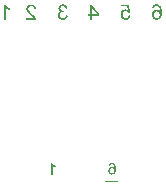
<source format=gbo>
G04*
G04 #@! TF.GenerationSoftware,Altium Limited,Altium Designer,23.9.2 (47)*
G04*
G04 Layer_Color=32896*
%FSLAX44Y44*%
%MOMM*%
G71*
G04*
G04 #@! TF.SameCoordinates,9A803F3E-43BB-4194-8617-3FBF936CA0BB*
G04*
G04*
G04 #@! TF.FilePolarity,Positive*
G04*
G01*
G75*
%ADD11C,0.1000*%
G36*
X333760Y214073D02*
X334111Y214036D01*
X334445Y213962D01*
X334759Y213869D01*
X335037Y213739D01*
X335315Y213628D01*
X335556Y213480D01*
X335778Y213351D01*
X335963Y213221D01*
X336148Y213073D01*
X336296Y212962D01*
X336408Y212851D01*
X336500Y212740D01*
X336574Y212665D01*
X336611Y212628D01*
X336630Y212610D01*
X336870Y212277D01*
X337074Y211888D01*
X337259Y211480D01*
X337426Y211054D01*
X337556Y210610D01*
X337667Y210166D01*
X337759Y209703D01*
X337833Y209277D01*
X337889Y208851D01*
X337926Y208462D01*
X337963Y208110D01*
X337981Y207814D01*
Y207555D01*
X338000Y207370D01*
Y207296D01*
Y207240D01*
Y207222D01*
Y207203D01*
X337981Y206611D01*
X337944Y206055D01*
X337889Y205536D01*
X337796Y205055D01*
X337704Y204629D01*
X337611Y204240D01*
X337500Y203889D01*
X337370Y203574D01*
X337259Y203315D01*
X337148Y203074D01*
X337056Y202889D01*
X336945Y202722D01*
X336870Y202592D01*
X336815Y202518D01*
X336778Y202463D01*
X336759Y202444D01*
X336519Y202185D01*
X336259Y201963D01*
X336000Y201778D01*
X335741Y201611D01*
X335463Y201463D01*
X335204Y201352D01*
X334945Y201259D01*
X334686Y201185D01*
X334463Y201130D01*
X334241Y201074D01*
X334056Y201037D01*
X333889Y201019D01*
X333741D01*
X333648Y201000D01*
X333556D01*
X333130Y201019D01*
X332741Y201093D01*
X332389Y201167D01*
X332075Y201278D01*
X331834Y201370D01*
X331649Y201463D01*
X331575Y201481D01*
X331519Y201518D01*
X331501Y201537D01*
X331482D01*
X331167Y201759D01*
X330871Y202018D01*
X330630Y202278D01*
X330427Y202537D01*
X330260Y202778D01*
X330149Y202963D01*
X330112Y203037D01*
X330075Y203092D01*
X330056Y203111D01*
Y203129D01*
X329871Y203518D01*
X329742Y203926D01*
X329649Y204296D01*
X329593Y204648D01*
X329538Y204944D01*
Y205055D01*
X329519Y205166D01*
Y205259D01*
Y205314D01*
Y205351D01*
Y205370D01*
X329538Y205703D01*
X329575Y206018D01*
X329630Y206333D01*
X329686Y206611D01*
X329779Y206870D01*
X329871Y207129D01*
X329964Y207351D01*
X330075Y207555D01*
X330186Y207740D01*
X330279Y207907D01*
X330371Y208036D01*
X330464Y208166D01*
X330519Y208258D01*
X330575Y208314D01*
X330612Y208351D01*
X330630Y208370D01*
X330834Y208573D01*
X331056Y208758D01*
X331297Y208907D01*
X331519Y209036D01*
X331741Y209166D01*
X331964Y209258D01*
X332389Y209388D01*
X332575Y209443D01*
X332760Y209481D01*
X332908Y209499D01*
X333056Y209518D01*
X333167Y209536D01*
X333315D01*
X333648Y209518D01*
X333963Y209462D01*
X334260Y209407D01*
X334519Y209332D01*
X334741Y209240D01*
X334908Y209184D01*
X335019Y209129D01*
X335037Y209110D01*
X335056D01*
X335352Y208925D01*
X335611Y208721D01*
X335852Y208518D01*
X336037Y208295D01*
X336204Y208110D01*
X336333Y207962D01*
X336408Y207851D01*
X336426Y207833D01*
Y208166D01*
X336408Y208499D01*
X336389Y208796D01*
X336352Y209092D01*
X336333Y209351D01*
X336296Y209592D01*
X336259Y209814D01*
X336204Y210018D01*
X336167Y210203D01*
X336130Y210351D01*
X336093Y210480D01*
X336074Y210592D01*
X336037Y210666D01*
X336019Y210721D01*
X336000Y210758D01*
Y210777D01*
X335815Y211147D01*
X335630Y211480D01*
X335426Y211740D01*
X335241Y211962D01*
X335074Y212147D01*
X334945Y212277D01*
X334852Y212351D01*
X334815Y212369D01*
X334593Y212517D01*
X334371Y212610D01*
X334148Y212684D01*
X333926Y212740D01*
X333760Y212777D01*
X333611Y212795D01*
X333482D01*
X333149Y212758D01*
X332834Y212684D01*
X332575Y212573D01*
X332334Y212462D01*
X332149Y212332D01*
X332019Y212221D01*
X331945Y212147D01*
X331908Y212110D01*
X331778Y211943D01*
X331649Y211740D01*
X331538Y211517D01*
X331464Y211295D01*
X331390Y211091D01*
X331334Y210925D01*
X331315Y210814D01*
X331297Y210795D01*
Y210777D01*
X329723Y210906D01*
X329834Y211425D01*
X330001Y211888D01*
X330186Y212295D01*
X330390Y212628D01*
X330593Y212888D01*
X330667Y212999D01*
X330760Y213091D01*
X330816Y213147D01*
X330871Y213202D01*
X330890Y213221D01*
X330908Y213239D01*
X331093Y213388D01*
X331297Y213517D01*
X331704Y213739D01*
X332112Y213888D01*
X332500Y213980D01*
X332852Y214054D01*
X333000Y214073D01*
X333130D01*
X333241Y214091D01*
X333389D01*
X333760Y214073D01*
D02*
G37*
G36*
X311207Y207277D02*
X309726Y207073D01*
X309596Y207277D01*
X309430Y207444D01*
X309282Y207610D01*
X309133Y207740D01*
X308985Y207833D01*
X308874Y207925D01*
X308800Y207962D01*
X308782Y207981D01*
X308541Y208092D01*
X308300Y208184D01*
X308078Y208240D01*
X307856Y208295D01*
X307671Y208314D01*
X307523Y208333D01*
X307171D01*
X306949Y208295D01*
X306560Y208203D01*
X306226Y208073D01*
X305930Y207944D01*
X305708Y207796D01*
X305541Y207666D01*
X305449Y207573D01*
X305412Y207555D01*
Y207536D01*
X305152Y207222D01*
X304967Y206888D01*
X304838Y206536D01*
X304745Y206185D01*
X304690Y205888D01*
X304671Y205759D01*
Y205648D01*
X304653Y205555D01*
Y205481D01*
Y205444D01*
Y205425D01*
Y205166D01*
X304690Y204925D01*
X304782Y204463D01*
X304912Y204074D01*
X305041Y203759D01*
X305189Y203500D01*
X305319Y203296D01*
X305375Y203241D01*
X305412Y203185D01*
X305430Y203166D01*
X305449Y203148D01*
X305597Y203000D01*
X305745Y202870D01*
X306078Y202648D01*
X306393Y202500D01*
X306708Y202407D01*
X306967Y202333D01*
X307189Y202315D01*
X307263Y202296D01*
X307374D01*
X307726Y202315D01*
X308041Y202389D01*
X308319Y202481D01*
X308541Y202592D01*
X308745Y202703D01*
X308893Y202796D01*
X308967Y202870D01*
X309004Y202889D01*
X309226Y203148D01*
X309411Y203426D01*
X309559Y203740D01*
X309671Y204018D01*
X309745Y204296D01*
X309800Y204500D01*
X309819Y204592D01*
X309837Y204648D01*
Y204685D01*
Y204703D01*
X311485Y204574D01*
X311448Y204277D01*
X311392Y204000D01*
X311226Y203481D01*
X311022Y203037D01*
X310911Y202833D01*
X310800Y202666D01*
X310707Y202500D01*
X310596Y202352D01*
X310504Y202241D01*
X310411Y202148D01*
X310337Y202074D01*
X310300Y202000D01*
X310263Y201981D01*
X310245Y201963D01*
X310022Y201796D01*
X309800Y201648D01*
X309559Y201518D01*
X309319Y201407D01*
X308856Y201241D01*
X308393Y201130D01*
X308189Y201074D01*
X307985Y201056D01*
X307819Y201037D01*
X307671Y201019D01*
X307541Y201000D01*
X307374D01*
X306986Y201019D01*
X306615Y201074D01*
X306263Y201148D01*
X305949Y201241D01*
X305652Y201370D01*
X305375Y201500D01*
X305115Y201630D01*
X304893Y201778D01*
X304690Y201926D01*
X304504Y202055D01*
X304356Y202204D01*
X304227Y202315D01*
X304134Y202407D01*
X304060Y202481D01*
X304023Y202537D01*
X304004Y202555D01*
X303819Y202796D01*
X303671Y203055D01*
X303523Y203296D01*
X303412Y203555D01*
X303227Y204055D01*
X303116Y204537D01*
X303079Y204740D01*
X303042Y204944D01*
X303023Y205111D01*
X303004Y205259D01*
X302986Y205388D01*
Y205481D01*
Y205536D01*
Y205555D01*
X303004Y205888D01*
X303042Y206203D01*
X303097Y206518D01*
X303171Y206796D01*
X303264Y207055D01*
X303356Y207314D01*
X303467Y207536D01*
X303560Y207740D01*
X303671Y207925D01*
X303782Y208092D01*
X303875Y208221D01*
X303967Y208351D01*
X304042Y208444D01*
X304097Y208499D01*
X304134Y208536D01*
X304153Y208555D01*
X304375Y208758D01*
X304597Y208944D01*
X304838Y209092D01*
X305078Y209221D01*
X305319Y209351D01*
X305560Y209443D01*
X306004Y209573D01*
X306208Y209629D01*
X306393Y209666D01*
X306560Y209684D01*
X306708Y209703D01*
X306819Y209721D01*
X307226D01*
X307449Y209684D01*
X307893Y209592D01*
X308300Y209462D01*
X308671Y209314D01*
X308967Y209166D01*
X309097Y209092D01*
X309208Y209036D01*
X309300Y208981D01*
X309356Y208944D01*
X309393Y208925D01*
X309411Y208907D01*
X308726Y212369D01*
X303597D01*
Y213869D01*
X309967D01*
X311207Y207277D01*
D02*
G37*
G36*
X205482Y213554D02*
X205686Y213258D01*
X205926Y212962D01*
X206148Y212703D01*
X206371Y212480D01*
X206537Y212295D01*
X206611Y212240D01*
X206667Y212184D01*
X206685Y212166D01*
X206704Y212147D01*
X207093Y211832D01*
X207482Y211536D01*
X207852Y211277D01*
X208222Y211073D01*
X208537Y210888D01*
X208667Y210814D01*
X208778Y210758D01*
X208870Y210703D01*
X208944Y210684D01*
X208981Y210647D01*
X209000D01*
Y209129D01*
X208722Y209240D01*
X208444Y209370D01*
X208167Y209499D01*
X207908Y209629D01*
X207685Y209740D01*
X207500Y209832D01*
X207389Y209907D01*
X207370Y209925D01*
X207352D01*
X207019Y210129D01*
X206722Y210332D01*
X206463Y210518D01*
X206259Y210684D01*
X206074Y210814D01*
X205963Y210925D01*
X205871Y210999D01*
X205852Y211017D01*
Y201000D01*
X204278D01*
Y213869D01*
X205297D01*
X205482Y213554D01*
D02*
G37*
G36*
X227587Y213850D02*
X227901Y213832D01*
X228198Y213776D01*
X228475Y213721D01*
X228735Y213647D01*
X228975Y213573D01*
X229198Y213480D01*
X229401Y213388D01*
X229586Y213295D01*
X229734Y213202D01*
X229864Y213128D01*
X229975Y213054D01*
X230068Y212999D01*
X230123Y212943D01*
X230160Y212925D01*
X230179Y212906D01*
X230364Y212721D01*
X230531Y212517D01*
X230697Y212295D01*
X230827Y212073D01*
X231049Y211628D01*
X231197Y211184D01*
X231253Y210980D01*
X231308Y210777D01*
X231345Y210610D01*
X231383Y210462D01*
X231401Y210332D01*
Y210240D01*
X231420Y210184D01*
Y210166D01*
X229809Y209999D01*
X229771Y210425D01*
X229697Y210795D01*
X229586Y211129D01*
X229457Y211388D01*
X229346Y211610D01*
X229235Y211758D01*
X229160Y211851D01*
X229123Y211888D01*
X228846Y212110D01*
X228549Y212277D01*
X228235Y212406D01*
X227957Y212480D01*
X227698Y212536D01*
X227475Y212554D01*
X227401Y212573D01*
X227290D01*
X226901Y212554D01*
X226550Y212480D01*
X226253Y212369D01*
X225994Y212258D01*
X225791Y212129D01*
X225661Y212036D01*
X225568Y211962D01*
X225531Y211925D01*
X225309Y211665D01*
X225142Y211406D01*
X225013Y211147D01*
X224939Y210888D01*
X224883Y210684D01*
X224865Y210499D01*
X224846Y210388D01*
Y210369D01*
Y210351D01*
X224883Y210018D01*
X224957Y209666D01*
X225087Y209351D01*
X225216Y209055D01*
X225365Y208814D01*
X225494Y208610D01*
X225531Y208536D01*
X225568Y208481D01*
X225605Y208462D01*
Y208444D01*
X225753Y208240D01*
X225939Y208036D01*
X226142Y207814D01*
X226364Y207592D01*
X226827Y207148D01*
X227290Y206703D01*
X227531Y206499D01*
X227735Y206314D01*
X227938Y206148D01*
X228105Y206000D01*
X228235Y205888D01*
X228346Y205796D01*
X228420Y205740D01*
X228438Y205722D01*
X228901Y205333D01*
X229327Y204963D01*
X229679Y204629D01*
X229957Y204352D01*
X230197Y204111D01*
X230364Y203944D01*
X230457Y203833D01*
X230494Y203815D01*
Y203796D01*
X230753Y203481D01*
X230957Y203185D01*
X231142Y202889D01*
X231290Y202629D01*
X231401Y202407D01*
X231475Y202241D01*
X231512Y202129D01*
X231531Y202111D01*
Y202092D01*
X231605Y201889D01*
X231642Y201704D01*
X231679Y201518D01*
X231697Y201352D01*
X231716Y201204D01*
Y201093D01*
Y201019D01*
Y201000D01*
X223217D01*
Y202518D01*
X229531D01*
X229309Y202833D01*
X229198Y202963D01*
X229105Y203092D01*
X229012Y203204D01*
X228938Y203277D01*
X228883Y203333D01*
X228864Y203352D01*
X228772Y203444D01*
X228661Y203537D01*
X228401Y203778D01*
X228105Y204055D01*
X227790Y204333D01*
X227494Y204574D01*
X227364Y204685D01*
X227253Y204796D01*
X227161Y204870D01*
X227087Y204925D01*
X227050Y204963D01*
X227031Y204981D01*
X226735Y205240D01*
X226439Y205481D01*
X226179Y205722D01*
X225939Y205925D01*
X225716Y206129D01*
X225531Y206314D01*
X225346Y206481D01*
X225198Y206629D01*
X225050Y206777D01*
X224939Y206888D01*
X224846Y206981D01*
X224753Y207073D01*
X224661Y207185D01*
X224624Y207222D01*
X224365Y207536D01*
X224142Y207814D01*
X223957Y208092D01*
X223809Y208314D01*
X223698Y208518D01*
X223624Y208666D01*
X223587Y208758D01*
X223568Y208796D01*
X223457Y209073D01*
X223383Y209351D01*
X223309Y209610D01*
X223272Y209832D01*
X223254Y210036D01*
X223235Y210184D01*
Y210277D01*
Y210314D01*
X223254Y210592D01*
X223291Y210851D01*
X223328Y211110D01*
X223402Y211332D01*
X223587Y211777D01*
X223772Y212129D01*
X223883Y212295D01*
X223976Y212425D01*
X224068Y212554D01*
X224161Y212647D01*
X224235Y212721D01*
X224272Y212795D01*
X224309Y212814D01*
X224328Y212832D01*
X224531Y213017D01*
X224753Y213184D01*
X224994Y213314D01*
X225235Y213425D01*
X225716Y213610D01*
X226198Y213739D01*
X226402Y213776D01*
X226605Y213813D01*
X226790Y213832D01*
X226938Y213850D01*
X227068Y213869D01*
X227253D01*
X227587Y213850D01*
D02*
G37*
G36*
X254743Y214054D02*
X255243Y213962D01*
X255669Y213813D01*
X256039Y213665D01*
X256206Y213573D01*
X256335Y213499D01*
X256465Y213425D01*
X256558Y213351D01*
X256632Y213295D01*
X256687Y213258D01*
X256724Y213239D01*
X256743Y213221D01*
X257095Y212869D01*
X257372Y212480D01*
X257595Y212073D01*
X257780Y211665D01*
X257891Y211314D01*
X257946Y211166D01*
X257983Y211036D01*
X258002Y210925D01*
X258020Y210851D01*
X258039Y210795D01*
Y210777D01*
X256465Y210499D01*
X256391Y210906D01*
X256280Y211258D01*
X256150Y211554D01*
X256021Y211795D01*
X255891Y211980D01*
X255780Y212110D01*
X255706Y212202D01*
X255687Y212221D01*
X255447Y212406D01*
X255187Y212554D01*
X254947Y212647D01*
X254706Y212721D01*
X254484Y212758D01*
X254317Y212795D01*
X254169D01*
X253836Y212777D01*
X253539Y212703D01*
X253280Y212610D01*
X253058Y212517D01*
X252891Y212406D01*
X252762Y212314D01*
X252669Y212240D01*
X252651Y212221D01*
X252447Y211999D01*
X252299Y211758D01*
X252206Y211517D01*
X252132Y211295D01*
X252095Y211091D01*
X252058Y210943D01*
Y210832D01*
Y210814D01*
Y210795D01*
Y210592D01*
X252095Y210406D01*
X252188Y210092D01*
X252317Y209814D01*
X252465Y209573D01*
X252614Y209407D01*
X252743Y209277D01*
X252836Y209203D01*
X252854Y209184D01*
X252873D01*
X253188Y209018D01*
X253484Y208888D01*
X253799Y208796D01*
X254076Y208740D01*
X254317Y208703D01*
X254521Y208666D01*
X254762D01*
X254836Y208684D01*
X254928D01*
X255113Y207296D01*
X254873Y207351D01*
X254650Y207388D01*
X254465Y207425D01*
X254299Y207444D01*
X254169Y207462D01*
X254002D01*
X253613Y207425D01*
X253262Y207351D01*
X252947Y207240D01*
X252688Y207111D01*
X252484Y206981D01*
X252336Y206870D01*
X252243Y206796D01*
X252206Y206759D01*
X251966Y206481D01*
X251780Y206185D01*
X251651Y205888D01*
X251577Y205592D01*
X251521Y205351D01*
X251503Y205148D01*
X251484Y205074D01*
Y205018D01*
Y204981D01*
Y204963D01*
X251521Y204555D01*
X251614Y204185D01*
X251725Y203870D01*
X251873Y203592D01*
X252021Y203370D01*
X252132Y203204D01*
X252225Y203092D01*
X252262Y203055D01*
X252558Y202796D01*
X252873Y202611D01*
X253188Y202481D01*
X253484Y202389D01*
X253743Y202333D01*
X253947Y202315D01*
X254021Y202296D01*
X254132D01*
X254465Y202315D01*
X254780Y202389D01*
X255058Y202481D01*
X255280Y202592D01*
X255465Y202685D01*
X255613Y202778D01*
X255687Y202852D01*
X255724Y202870D01*
X255947Y203129D01*
X256132Y203426D01*
X256298Y203740D01*
X256428Y204074D01*
X256521Y204352D01*
X256558Y204481D01*
X256576Y204592D01*
X256595Y204685D01*
X256613Y204759D01*
X256632Y204796D01*
Y204814D01*
X258206Y204611D01*
X258169Y204314D01*
X258113Y204037D01*
X257946Y203518D01*
X257743Y203074D01*
X257632Y202889D01*
X257521Y202703D01*
X257409Y202537D01*
X257298Y202407D01*
X257206Y202278D01*
X257113Y202185D01*
X257058Y202111D01*
X257002Y202055D01*
X256965Y202018D01*
X256947Y202000D01*
X256724Y201833D01*
X256502Y201667D01*
X256280Y201537D01*
X256039Y201426D01*
X255576Y201241D01*
X255132Y201130D01*
X254928Y201093D01*
X254743Y201056D01*
X254576Y201037D01*
X254428Y201019D01*
X254317Y201000D01*
X254150D01*
X253799Y201019D01*
X253484Y201056D01*
X253169Y201111D01*
X252873Y201185D01*
X252595Y201278D01*
X252354Y201370D01*
X252114Y201481D01*
X251910Y201593D01*
X251706Y201685D01*
X251540Y201796D01*
X251392Y201889D01*
X251280Y201981D01*
X251188Y202055D01*
X251114Y202111D01*
X251077Y202148D01*
X251058Y202167D01*
X250836Y202389D01*
X250651Y202629D01*
X250484Y202870D01*
X250336Y203111D01*
X250225Y203333D01*
X250114Y203574D01*
X249966Y204018D01*
X249929Y204222D01*
X249892Y204407D01*
X249855Y204574D01*
X249836Y204722D01*
X249818Y204833D01*
Y204925D01*
Y204981D01*
Y205000D01*
X249836Y205444D01*
X249910Y205851D01*
X250021Y206203D01*
X250132Y206499D01*
X250243Y206740D01*
X250354Y206925D01*
X250429Y207036D01*
X250447Y207073D01*
X250706Y207351D01*
X250984Y207592D01*
X251280Y207777D01*
X251577Y207925D01*
X251836Y208036D01*
X252040Y208110D01*
X252114Y208129D01*
X252169Y208147D01*
X252206Y208166D01*
X252225D01*
X251910Y208333D01*
X251651Y208499D01*
X251429Y208684D01*
X251243Y208851D01*
X251095Y208999D01*
X250984Y209129D01*
X250929Y209203D01*
X250910Y209240D01*
X250762Y209499D01*
X250651Y209758D01*
X250558Y210018D01*
X250503Y210258D01*
X250466Y210462D01*
X250447Y210610D01*
Y210721D01*
Y210758D01*
X250466Y211073D01*
X250521Y211388D01*
X250595Y211665D01*
X250688Y211906D01*
X250780Y212110D01*
X250854Y212277D01*
X250910Y212369D01*
X250929Y212406D01*
X251114Y212684D01*
X251336Y212925D01*
X251558Y213128D01*
X251780Y213314D01*
X251966Y213443D01*
X252132Y213554D01*
X252243Y213610D01*
X252262Y213628D01*
X252280D01*
X252614Y213776D01*
X252947Y213888D01*
X253280Y213980D01*
X253576Y214036D01*
X253817Y214073D01*
X254021Y214091D01*
X254484D01*
X254743Y214054D01*
D02*
G37*
G36*
X284608Y205518D02*
Y204074D01*
X279034D01*
Y201000D01*
X277460D01*
Y204074D01*
X275720D01*
Y205518D01*
X277460D01*
Y213813D01*
X278738D01*
X284608Y205518D01*
D02*
G37*
G36*
X295824Y79791D02*
X296088Y79763D01*
X296337Y79708D01*
X296573Y79639D01*
X296781Y79542D01*
X296989Y79458D01*
X297169Y79347D01*
X297336Y79250D01*
X297474Y79153D01*
X297613Y79042D01*
X297724Y78959D01*
X297807Y78876D01*
X297877Y78793D01*
X297932Y78737D01*
X297960Y78709D01*
X297974Y78696D01*
X298154Y78446D01*
X298307Y78155D01*
X298445Y77849D01*
X298570Y77531D01*
X298667Y77198D01*
X298750Y76865D01*
X298820Y76518D01*
X298875Y76199D01*
X298917Y75880D01*
X298944Y75589D01*
X298972Y75325D01*
X298986Y75104D01*
Y74909D01*
X299000Y74771D01*
Y74715D01*
Y74674D01*
Y74660D01*
Y74646D01*
X298986Y74202D01*
X298958Y73786D01*
X298917Y73398D01*
X298848Y73037D01*
X298778Y72718D01*
X298709Y72427D01*
X298626Y72164D01*
X298528Y71928D01*
X298445Y71734D01*
X298362Y71553D01*
X298293Y71415D01*
X298209Y71290D01*
X298154Y71193D01*
X298112Y71137D01*
X298085Y71096D01*
X298071Y71082D01*
X297890Y70888D01*
X297696Y70721D01*
X297502Y70582D01*
X297308Y70458D01*
X297100Y70347D01*
X296906Y70264D01*
X296712Y70194D01*
X296518Y70139D01*
X296351Y70097D01*
X296185Y70055D01*
X296046Y70028D01*
X295921Y70014D01*
X295810D01*
X295741Y70000D01*
X295672D01*
X295353Y70014D01*
X295061Y70069D01*
X294798Y70125D01*
X294562Y70208D01*
X294382Y70277D01*
X294243Y70347D01*
X294188Y70361D01*
X294146Y70388D01*
X294132Y70402D01*
X294118D01*
X293883Y70569D01*
X293661Y70763D01*
X293480Y70957D01*
X293328Y71151D01*
X293203Y71331D01*
X293120Y71470D01*
X293092Y71526D01*
X293064Y71567D01*
X293050Y71581D01*
Y71595D01*
X292912Y71886D01*
X292815Y72191D01*
X292745Y72469D01*
X292704Y72732D01*
X292662Y72954D01*
Y73037D01*
X292648Y73120D01*
Y73190D01*
Y73231D01*
Y73259D01*
Y73273D01*
X292662Y73523D01*
X292690Y73758D01*
X292731Y73994D01*
X292773Y74202D01*
X292842Y74396D01*
X292912Y74591D01*
X292981Y74757D01*
X293064Y74909D01*
X293148Y75048D01*
X293217Y75173D01*
X293286Y75270D01*
X293356Y75367D01*
X293397Y75436D01*
X293439Y75478D01*
X293466Y75506D01*
X293480Y75520D01*
X293633Y75672D01*
X293799Y75811D01*
X293980Y75922D01*
X294146Y76019D01*
X294312Y76116D01*
X294479Y76185D01*
X294798Y76282D01*
X294937Y76324D01*
X295075Y76352D01*
X295186Y76366D01*
X295297Y76379D01*
X295380Y76393D01*
X295491D01*
X295741Y76379D01*
X295977Y76338D01*
X296199Y76296D01*
X296393Y76241D01*
X296559Y76171D01*
X296684Y76130D01*
X296767Y76088D01*
X296781Y76074D01*
X296795D01*
X297017Y75936D01*
X297211Y75783D01*
X297391Y75631D01*
X297530Y75464D01*
X297655Y75325D01*
X297752Y75215D01*
X297807Y75131D01*
X297821Y75118D01*
Y75367D01*
X297807Y75617D01*
X297794Y75839D01*
X297766Y76061D01*
X297752Y76255D01*
X297724Y76435D01*
X297696Y76601D01*
X297655Y76754D01*
X297627Y76893D01*
X297599Y77004D01*
X297572Y77101D01*
X297558Y77184D01*
X297530Y77239D01*
X297516Y77281D01*
X297502Y77309D01*
Y77323D01*
X297363Y77600D01*
X297225Y77849D01*
X297072Y78044D01*
X296934Y78210D01*
X296809Y78349D01*
X296712Y78446D01*
X296642Y78501D01*
X296615Y78515D01*
X296448Y78626D01*
X296282Y78696D01*
X296115Y78751D01*
X295949Y78793D01*
X295824Y78820D01*
X295713Y78834D01*
X295616D01*
X295366Y78806D01*
X295131Y78751D01*
X294937Y78668D01*
X294756Y78585D01*
X294618Y78488D01*
X294520Y78404D01*
X294465Y78349D01*
X294437Y78321D01*
X294340Y78196D01*
X294243Y78044D01*
X294160Y77877D01*
X294104Y77711D01*
X294049Y77558D01*
X294007Y77434D01*
X293993Y77350D01*
X293980Y77336D01*
Y77323D01*
X292801Y77420D01*
X292884Y77808D01*
X293009Y78155D01*
X293148Y78460D01*
X293300Y78709D01*
X293453Y78903D01*
X293508Y78987D01*
X293577Y79056D01*
X293619Y79098D01*
X293661Y79139D01*
X293675Y79153D01*
X293688Y79167D01*
X293827Y79278D01*
X293980Y79375D01*
X294285Y79542D01*
X294590Y79652D01*
X294881Y79722D01*
X295145Y79777D01*
X295256Y79791D01*
X295353D01*
X295436Y79805D01*
X295547D01*
X295824Y79791D01*
D02*
G37*
G36*
X245365Y79403D02*
X245518Y79181D01*
X245698Y78959D01*
X245864Y78765D01*
X246031Y78598D01*
X246155Y78460D01*
X246211Y78418D01*
X246253Y78376D01*
X246266Y78363D01*
X246280Y78349D01*
X246572Y78113D01*
X246863Y77891D01*
X247140Y77697D01*
X247418Y77544D01*
X247653Y77406D01*
X247750Y77350D01*
X247834Y77309D01*
X247903Y77267D01*
X247958Y77253D01*
X247986Y77225D01*
X248000D01*
Y76088D01*
X247792Y76171D01*
X247584Y76269D01*
X247376Y76366D01*
X247182Y76463D01*
X247015Y76546D01*
X246877Y76615D01*
X246793Y76671D01*
X246780Y76685D01*
X246766D01*
X246516Y76837D01*
X246294Y76990D01*
X246100Y77128D01*
X245947Y77253D01*
X245809Y77350D01*
X245726Y77434D01*
X245656Y77489D01*
X245642Y77503D01*
Y70000D01*
X244464D01*
Y79639D01*
X245226D01*
X245365Y79403D01*
D02*
G37*
%LPC*%
G36*
X333741Y208147D02*
X333630D01*
X333241Y208110D01*
X332889Y208018D01*
X332593Y207907D01*
X332334Y207759D01*
X332130Y207610D01*
X331982Y207499D01*
X331889Y207407D01*
X331852Y207370D01*
X331612Y207055D01*
X331427Y206722D01*
X331297Y206370D01*
X331223Y206036D01*
X331167Y205740D01*
X331149Y205611D01*
Y205499D01*
X331130Y205407D01*
Y205333D01*
Y205296D01*
Y205277D01*
X331167Y204777D01*
X331241Y204352D01*
X331353Y203981D01*
X331482Y203666D01*
X331630Y203426D01*
X331741Y203241D01*
X331815Y203129D01*
X331852Y203111D01*
Y203092D01*
X331982Y202944D01*
X332130Y202833D01*
X332426Y202629D01*
X332723Y202500D01*
X332982Y202389D01*
X333223Y202333D01*
X333408Y202315D01*
X333482Y202296D01*
X333574D01*
X333834Y202315D01*
X334074Y202352D01*
X334297Y202426D01*
X334482Y202500D01*
X334648Y202555D01*
X334778Y202629D01*
X334852Y202666D01*
X334889Y202685D01*
X335111Y202852D01*
X335297Y203018D01*
X335463Y203222D01*
X335593Y203389D01*
X335704Y203555D01*
X335778Y203685D01*
X335834Y203778D01*
X335852Y203815D01*
X335963Y204092D01*
X336037Y204370D01*
X336111Y204629D01*
X336148Y204870D01*
X336167Y205074D01*
X336185Y205240D01*
Y205333D01*
Y205370D01*
X336148Y205814D01*
X336074Y206203D01*
X335945Y206555D01*
X335815Y206833D01*
X335685Y207073D01*
X335556Y207240D01*
X335482Y207333D01*
X335445Y207370D01*
X335148Y207629D01*
X334852Y207814D01*
X334537Y207962D01*
X334260Y208055D01*
X334000Y208110D01*
X333815Y208129D01*
X333741Y208147D01*
D02*
G37*
G36*
X279034Y211258D02*
Y205518D01*
X283071D01*
X279034Y211258D01*
D02*
G37*
G36*
X295810Y75353D02*
X295727D01*
X295436Y75325D01*
X295172Y75256D01*
X294950Y75173D01*
X294756Y75062D01*
X294604Y74951D01*
X294493Y74868D01*
X294423Y74798D01*
X294396Y74771D01*
X294215Y74535D01*
X294077Y74285D01*
X293980Y74022D01*
X293924Y73772D01*
X293883Y73550D01*
X293869Y73453D01*
Y73370D01*
X293855Y73301D01*
Y73245D01*
Y73218D01*
Y73204D01*
X293883Y72829D01*
X293938Y72510D01*
X294021Y72233D01*
X294118Y71997D01*
X294229Y71817D01*
X294312Y71678D01*
X294368Y71595D01*
X294396Y71581D01*
Y71567D01*
X294493Y71456D01*
X294604Y71373D01*
X294826Y71220D01*
X295047Y71123D01*
X295242Y71040D01*
X295422Y70999D01*
X295561Y70985D01*
X295616Y70971D01*
X295686D01*
X295880Y70985D01*
X296060Y71012D01*
X296226Y71068D01*
X296365Y71123D01*
X296490Y71165D01*
X296587Y71220D01*
X296642Y71248D01*
X296670Y71262D01*
X296836Y71387D01*
X296975Y71512D01*
X297100Y71664D01*
X297197Y71789D01*
X297280Y71914D01*
X297336Y72011D01*
X297377Y72080D01*
X297391Y72108D01*
X297474Y72316D01*
X297530Y72524D01*
X297585Y72718D01*
X297613Y72899D01*
X297627Y73051D01*
X297641Y73176D01*
Y73245D01*
Y73273D01*
X297613Y73606D01*
X297558Y73897D01*
X297461Y74160D01*
X297363Y74369D01*
X297267Y74549D01*
X297169Y74674D01*
X297114Y74743D01*
X297086Y74771D01*
X296864Y74965D01*
X296642Y75104D01*
X296407Y75215D01*
X296199Y75284D01*
X296004Y75325D01*
X295866Y75339D01*
X295810Y75353D01*
D02*
G37*
%LPD*%
D11*
X290000Y64541D02*
X300000D01*
M02*

</source>
